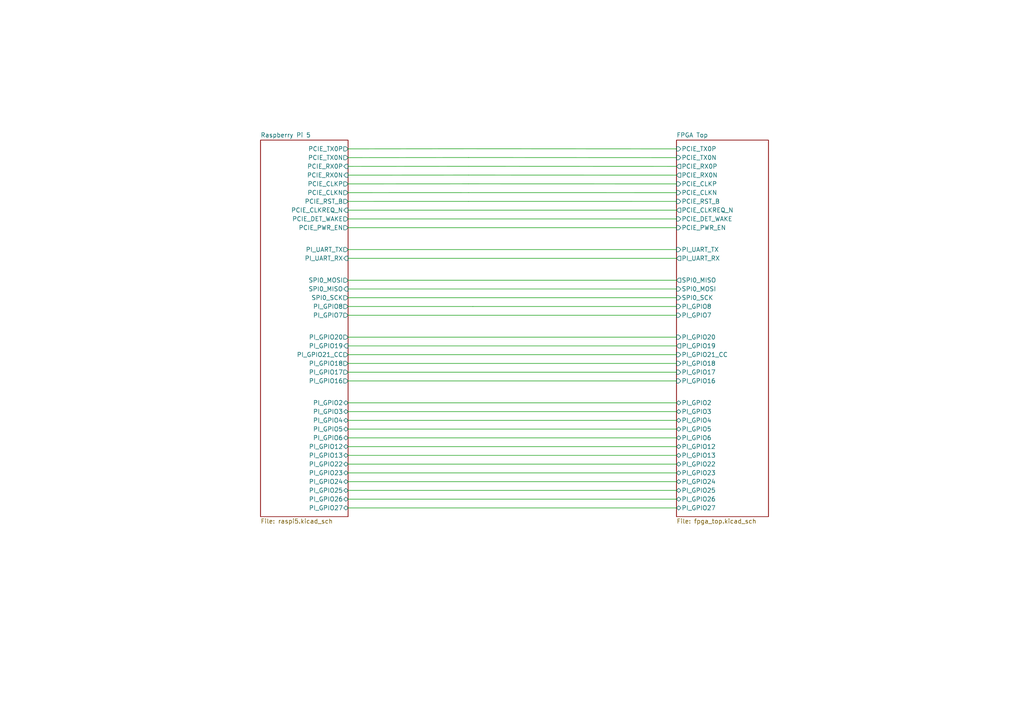
<source format=kicad_sch>
(kicad_sch (version 20230121) (generator eeschema)
  (paper "A4")
  (title_block (title "Pi 5 - Artix XC7A50T - PCIe FPGA Hat") (date "2024-02-14") (rev "0.1") (company "George Smart, M1GEO") (comment 1 "https://github.com/m1geo/Pi5-Artix-FPGA-Hat") (comment 2 "https://www.george-smart.co.uk"))
  (lib_symbols)
  (wire (pts (xy 100.965 105.41) (xy 196.215 105.41)))
  (wire (pts (xy 100.965 53.34) (xy 135.8909 53.3223)))
  (wire (pts (xy 100.965 83.8163) (xy 196.215 83.8163)))
  (wire (pts (xy 100.965 121.92) (xy 196.215 121.92)))
  (wire (pts (xy 100.965 86.3563) (xy 196.215 86.3563)))
  (wire (pts (xy 100.965 63.5) (xy 196.215 63.5)))
  (wire (pts (xy 135.8916 45.6882) (xy 196.215 45.72)))
  (wire (pts (xy 100.965 102.87) (xy 196.215 102.87)))
  (wire (pts (xy 100.965 72.3863) (xy 196.215 72.3863)))
  (wire (pts (xy 100.965 97.79) (xy 196.215 97.79)))
  (wire (pts (xy 100.965 142.24) (xy 196.215 142.24)))
  (wire (pts (xy 100.965 74.9263) (xy 196.215 74.9263)))
  (wire (pts (xy 100.965 132.08) (xy 196.215 132.08)))
  (wire (pts (xy 100.965 147.32) (xy 196.215 147.32)))
  (wire (pts (xy 100.965 66.04) (xy 196.215 66.04)))
  (wire (pts (xy 135.8911 50.7777) (xy 196.215 50.8)))
  (wire (pts (xy 100.965 48.26) (xy 135.8914 48.2329)))
  (wire (pts (xy 100.965 129.54) (xy 196.215 129.54)))
  (wire (pts (xy 100.965 45.72) (xy 135.8916 45.6882)))
  (wire (pts (xy 100.965 127) (xy 196.215 127)))
  (wire (pts (xy 137.16 88.9) (xy 196.215 88.8963)))
  (wire (pts (xy 100.965 91.4363) (xy 196.215 91.4363)))
  (wire (pts (xy 135.8909 53.3223) (xy 196.215 53.34)))
  (wire (pts (xy 100.965 88.8963) (xy 137.16 88.9)))
  (wire (pts (xy 135.8914 48.2329) (xy 196.215 48.26)))
  (wire (pts (xy 135.8907 55.8668) (xy 196.215 55.88)))
  (wire (pts (xy 100.965 124.46) (xy 196.215 124.46)))
  (wire (pts (xy 100.965 134.62) (xy 196.215 134.62)))
  (wire (pts (xy 135.8905 58.4113) (xy 196.215 58.42)))
  (wire (pts (xy 100.965 116.84) (xy 196.215 116.84)))
  (wire (pts (xy 100.965 58.42) (xy 135.8905 58.4113)))
  (wire (pts (xy 100.965 55.88) (xy 135.8907 55.8668)))
  (wire (pts (xy 100.965 60.96) (xy 196.215 60.96)))
  (wire (pts (xy 100.965 137.16) (xy 196.215 137.16)))
  (wire (pts (xy 100.965 100.33) (xy 196.215 100.33)))
  (wire (pts (xy 100.965 119.38) (xy 196.215 119.38)))
  (wire (pts (xy 100.965 50.8) (xy 135.8911 50.7777)))
  (wire (pts (xy 100.965 81.2763) (xy 196.215 81.2763)))
  (wire (pts (xy 100.965 110.49) (xy 196.215 110.49)))
  (wire (pts (xy 100.965 43.18) (xy 135.8918 43.1433)))
  (wire (pts (xy 135.8918 43.1433) (xy 196.215 43.18)))
  (wire (pts (xy 100.965 139.7) (xy 196.215 139.7)))
  (wire (pts (xy 100.965 107.95) (xy 196.215 107.95)))
  (wire (pts (xy 100.965 144.78) (xy 196.215 144.78)))
  (sheet (at 196.215 40.64) (size 26.67 109.22) (stroke (width 0.1524))
    (property "Sheetname" "FPGA Top" (at 196.215 39.9284 0) (effects (justify left bottom)))
    (property "Sheetfile" "fpga_top.kicad_sch" (at 196.215 150.4446 0) (effects (justify left top)))
    (pin "PCIE_TX0N" input (at 196.215 45.72 180))
    (pin "PCIE_CLKREQ_N" output (at 196.215 60.96 180))
    (pin "PCIE_PWR_EN" input (at 196.215 66.04 180))
    (pin "PCIE_DET_WAKE" input (at 196.215 63.5 180))
    (pin "PCIE_RST_B" input (at 196.215 58.42 180))
    (pin "PCIE_TX0P" input (at 196.215 43.18 180))
    (pin "PCIE_RX0P" output (at 196.215 48.26 180))
    (pin "PCIE_RX0N" output (at 196.215 50.8 180))
    (pin "PCIE_CLKN" input (at 196.215 55.88 180))
    (pin "PCIE_CLKP" input (at 196.215 53.34 180))
    (pin "SPI0_MISO" output (at 196.215 81.2763 180))
    (pin "PI_GPIO27" bidirectional (at 196.215 147.32 180))
    (pin "SPI0_MOSI" input (at 196.215 83.8163 180))
    (pin "PI_GPIO22" bidirectional (at 196.215 134.62 180))
    (pin "SPI0_SCK" input (at 196.215 86.3563 180))
    (pin "PI_GPIO5" bidirectional (at 196.215 124.46 180))
    (pin "PI_GPIO26" bidirectional (at 196.215 144.78 180))
    (pin "PI_GPIO19" output (at 196.215 100.33 180))
    (pin "PI_UART_RX" output (at 196.215 74.9263 180))
    (pin "PI_GPIO13" bidirectional (at 196.215 132.08 180))
    (pin "PI_GPIO6" bidirectional (at 196.215 127 180))
    (pin "PI_UART_TX" input (at 196.215 72.3863 180))
    (pin "PI_GPIO4" bidirectional (at 196.215 121.92 180))
    (pin "PI_GPIO17" input (at 196.215 107.95 180))
    (pin "PI_GPIO24" bidirectional (at 196.215 139.7 180))
    (pin "PI_GPIO8" input (at 196.215 88.8963 180))
    (pin "PI_GPIO18" input (at 196.215 105.41 180))
    (pin "PI_GPIO25" bidirectional (at 196.215 142.24 180))
    (pin "PI_GPIO23" bidirectional (at 196.215 137.16 180))
    (pin "PI_GPIO7" input (at 196.215 91.4363 180))
    (pin "PI_GPIO12" bidirectional (at 196.215 129.54 180))
    (pin "PI_GPIO16" input (at 196.215 110.49 180))
    (pin "PI_GPIO20" input (at 196.215 97.79 180))
    (pin "PI_GPIO21_CC" input (at 196.215 102.87 180))
    (pin "PI_GPIO3" bidirectional (at 196.215 119.38 180))
    (pin "PI_GPIO2" bidirectional (at 196.215 116.84 180))
  )
  (sheet (at 75.565 40.64) (size 25.4 109.22) (stroke (width 0.1524))
    (property "Sheetname" "Raspberry Pi 5" (at 75.565 39.9284 0) (effects (justify left bottom)))
    (property "Sheetfile" "raspi5.kicad_sch" (at 75.565 150.4446 0) (effects (justify left top)))
    (pin "PI_GPIO4" bidirectional (at 100.965 121.92 0))
    (pin "SPI0_MISO" input (at 100.965 83.8163 0))
    (pin "SPI0_MOSI" output (at 100.965 81.2763 0))
    (pin "SPI0_SCK" output (at 100.965 86.3563 0))
    (pin "PI_GPIO17" output (at 100.965 107.95 0))
    (pin "PI_GPIO27" bidirectional (at 100.965 147.32 0))
    (pin "PI_GPIO22" bidirectional (at 100.965 134.62 0))
    (pin "PI_GPIO5" bidirectional (at 100.965 124.46 0))
    (pin "PI_GPIO6" bidirectional (at 100.965 127 0))
    (pin "PI_GPIO13" bidirectional (at 100.965 132.08 0))
    (pin "PI_GPIO19" input (at 100.965 100.33 0))
    (pin "PI_GPIO26" bidirectional (at 100.965 144.78 0))
    (pin "PI_GPIO21_CC" output (at 100.965 102.87 0))
    (pin "PI_UART_RX" input (at 100.965 74.9263 0))
    (pin "PI_GPIO20" output (at 100.965 97.79 0))
    (pin "PI_GPIO16" output (at 100.965 110.49 0))
    (pin "PI_GPIO7" output (at 100.965 91.4363 0))
    (pin "PI_GPIO12" bidirectional (at 100.965 129.54 0))
    (pin "PI_UART_TX" output (at 100.965 72.3863 0))
    (pin "PI_GPIO8" output (at 100.965 88.8963 0))
    (pin "PI_GPIO18" output (at 100.965 105.41 0))
    (pin "PI_GPIO25" bidirectional (at 100.965 142.24 0))
    (pin "PI_GPIO24" bidirectional (at 100.965 139.7 0))
    (pin "PI_GPIO23" bidirectional (at 100.965 137.16 0))
    (pin "PCIE_RST_B" output (at 100.965 58.42 0))
    (pin "PCIE_CLKREQ_N" input (at 100.965 60.96 0))
    (pin "PCIE_DET_WAKE" output (at 100.965 63.5 0))
    (pin "PCIE_PWR_EN" output (at 100.965 66.04 0))
    (pin "PCIE_TX0N" output (at 100.965 45.72 0))
    (pin "PCIE_TX0P" output (at 100.965 43.18 0))
    (pin "PCIE_RX0P" input (at 100.965 48.26 0))
    (pin "PCIE_CLKN" output (at 100.965 55.88 0))
    (pin "PCIE_RX0N" input (at 100.965 50.8 0))
    (pin "PCIE_CLKP" output (at 100.965 53.34 0))
    (pin "PI_GPIO2" bidirectional (at 100.965 116.84 0))
    (pin "PI_GPIO3" bidirectional (at 100.965 119.38 0))
  )
)
</source>
